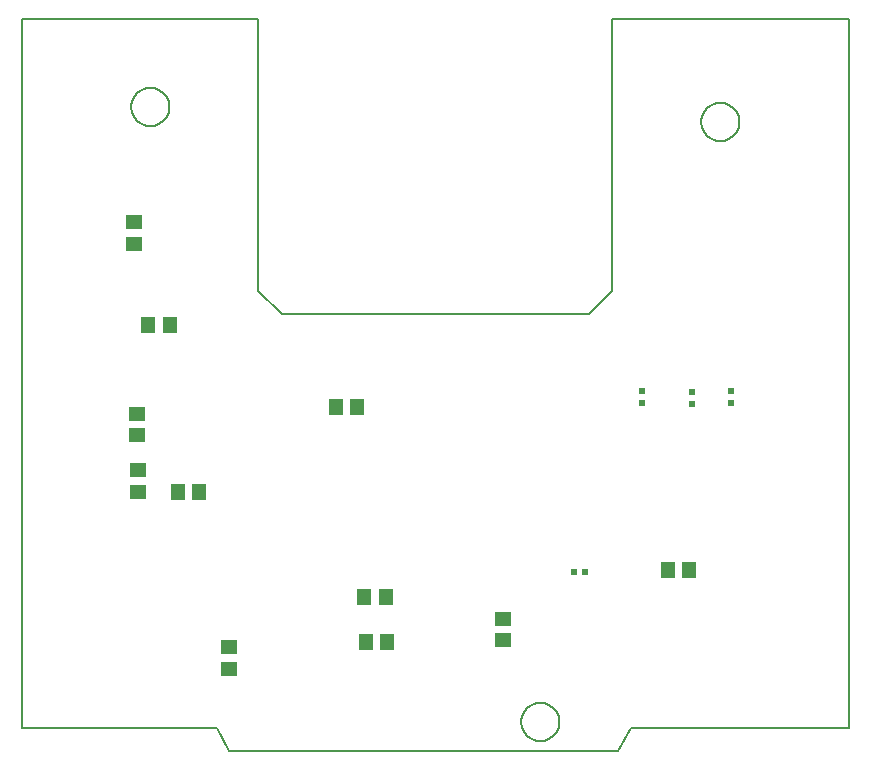
<source format=gbr>
G04 PROTEUS GERBER X2 FILE*
%TF.GenerationSoftware,Labcenter,Proteus,8.12-SP2-Build31155*%
%TF.CreationDate,2024-12-03T23:36:33+00:00*%
%TF.FileFunction,Paste,Bot*%
%TF.FilePolarity,Positive*%
%TF.Part,Single*%
%TF.SameCoordinates,{80aaee04-2193-4ab7-8769-78595995fdec}*%
%FSLAX45Y45*%
%MOMM*%
G01*
%TA.AperFunction,Material*%
%ADD42R,0.609600X0.558800*%
%ADD43R,1.143000X1.447800*%
%ADD44R,1.447800X1.143000*%
%ADD45R,0.558800X0.609600*%
%TA.AperFunction,Profile*%
%ADD71C,0.203200*%
%TD.AperFunction*%
D42*
X+5670000Y+2740000D03*
X+5670000Y+2840000D03*
X+6000000Y+2750000D03*
X+6000000Y+2850000D03*
X+5250000Y+2750000D03*
X+5250000Y+2850000D03*
D43*
X+1320000Y+2000000D03*
X+1500000Y+2000000D03*
D44*
X+1750000Y+500000D03*
X+1750000Y+680000D03*
D43*
X+1070000Y+3410000D03*
X+1250000Y+3410000D03*
D44*
X+950000Y+4100000D03*
X+950000Y+4280000D03*
D45*
X+4770000Y+1320000D03*
X+4670000Y+1320000D03*
D43*
X+2900000Y+1110000D03*
X+3080000Y+1110000D03*
X+2910000Y+730000D03*
X+3090000Y+730000D03*
X+2840000Y+2720000D03*
X+2660000Y+2720000D03*
D44*
X+970000Y+2660000D03*
X+970000Y+2480000D03*
X+980000Y+2180000D03*
X+980000Y+2000000D03*
X+4070000Y+920000D03*
X+4070000Y+740000D03*
D43*
X+5470000Y+1340000D03*
X+5650000Y+1340000D03*
D71*
X+0Y+0D02*
X+1650000Y+0D01*
X+7000000Y+0D02*
X+7000000Y+6000000D01*
X+5000000Y+6000000D01*
X+5000000Y+3700000D01*
X+4800000Y+3500000D01*
X+2200000Y+3500000D01*
X+2000000Y+3700000D02*
X+2000000Y+6000000D01*
X+0Y+6000000D01*
X+0Y+0D01*
X+2000000Y+3700000D02*
X+2200000Y+3500000D01*
X+5160000Y+0D02*
X+7000000Y+0D01*
X+1750000Y-200000D02*
X+5050000Y-200000D01*
X+1650000Y+0D02*
X+1750000Y-200000D01*
X+5160000Y+0D02*
X+5050000Y-200000D01*
X+4550045Y+50000D02*
X+4549508Y+63142D01*
X+4545144Y+89427D01*
X+4536029Y+115712D01*
X+4521182Y+141997D01*
X+4498470Y+168118D01*
X+4472185Y+187898D01*
X+4445900Y+200658D01*
X+4419615Y+208108D01*
X+4393330Y+210987D01*
X+4389000Y+211045D01*
X+4227955Y+50000D02*
X+4228492Y+63142D01*
X+4232856Y+89427D01*
X+4241971Y+115712D01*
X+4256818Y+141997D01*
X+4279530Y+168118D01*
X+4305815Y+187898D01*
X+4332100Y+200658D01*
X+4358385Y+208108D01*
X+4384670Y+210987D01*
X+4389000Y+211045D01*
X+4227955Y+50000D02*
X+4228492Y+36858D01*
X+4232856Y+10573D01*
X+4241971Y-15712D01*
X+4256818Y-41997D01*
X+4279530Y-68118D01*
X+4305815Y-87898D01*
X+4332100Y-100658D01*
X+4358385Y-108108D01*
X+4384670Y-110987D01*
X+4389000Y-111045D01*
X+4550045Y+50000D02*
X+4549508Y+36858D01*
X+4545144Y+10573D01*
X+4536029Y-15712D01*
X+4521182Y-41997D01*
X+4498470Y-68118D01*
X+4472185Y-87898D01*
X+4445900Y-100658D01*
X+4419615Y-108108D01*
X+4393330Y-110987D01*
X+4389000Y-111045D01*
X+6074045Y+5130000D02*
X+6073508Y+5143142D01*
X+6069144Y+5169427D01*
X+6060029Y+5195712D01*
X+6045182Y+5221997D01*
X+6022470Y+5248118D01*
X+5996185Y+5267898D01*
X+5969900Y+5280658D01*
X+5943615Y+5288108D01*
X+5917330Y+5290987D01*
X+5913000Y+5291045D01*
X+5751955Y+5130000D02*
X+5752492Y+5143142D01*
X+5756856Y+5169427D01*
X+5765971Y+5195712D01*
X+5780818Y+5221997D01*
X+5803530Y+5248118D01*
X+5829815Y+5267898D01*
X+5856100Y+5280658D01*
X+5882385Y+5288108D01*
X+5908670Y+5290987D01*
X+5913000Y+5291045D01*
X+5751955Y+5130000D02*
X+5752492Y+5116858D01*
X+5756856Y+5090573D01*
X+5765971Y+5064288D01*
X+5780818Y+5038003D01*
X+5803530Y+5011882D01*
X+5829815Y+4992102D01*
X+5856100Y+4979342D01*
X+5882385Y+4971892D01*
X+5908670Y+4969013D01*
X+5913000Y+4968955D01*
X+6074045Y+5130000D02*
X+6073508Y+5116858D01*
X+6069144Y+5090573D01*
X+6060029Y+5064288D01*
X+6045182Y+5038003D01*
X+6022470Y+5011882D01*
X+5996185Y+4992102D01*
X+5969900Y+4979342D01*
X+5943615Y+4971892D01*
X+5917330Y+4969013D01*
X+5913000Y+4968955D01*
X+1248045Y+5257000D02*
X+1247508Y+5270142D01*
X+1243144Y+5296427D01*
X+1234029Y+5322712D01*
X+1219182Y+5348997D01*
X+1196470Y+5375118D01*
X+1170185Y+5394898D01*
X+1143900Y+5407658D01*
X+1117615Y+5415108D01*
X+1091330Y+5417987D01*
X+1087000Y+5418045D01*
X+925955Y+5257000D02*
X+926492Y+5270142D01*
X+930856Y+5296427D01*
X+939971Y+5322712D01*
X+954818Y+5348997D01*
X+977530Y+5375118D01*
X+1003815Y+5394898D01*
X+1030100Y+5407658D01*
X+1056385Y+5415108D01*
X+1082670Y+5417987D01*
X+1087000Y+5418045D01*
X+925955Y+5257000D02*
X+926492Y+5243858D01*
X+930856Y+5217573D01*
X+939971Y+5191288D01*
X+954818Y+5165003D01*
X+977530Y+5138882D01*
X+1003815Y+5119102D01*
X+1030100Y+5106342D01*
X+1056385Y+5098892D01*
X+1082670Y+5096013D01*
X+1087000Y+5095955D01*
X+1248045Y+5257000D02*
X+1247508Y+5243858D01*
X+1243144Y+5217573D01*
X+1234029Y+5191288D01*
X+1219182Y+5165003D01*
X+1196470Y+5138882D01*
X+1170185Y+5119102D01*
X+1143900Y+5106342D01*
X+1117615Y+5098892D01*
X+1091330Y+5096013D01*
X+1087000Y+5095955D01*
M02*

</source>
